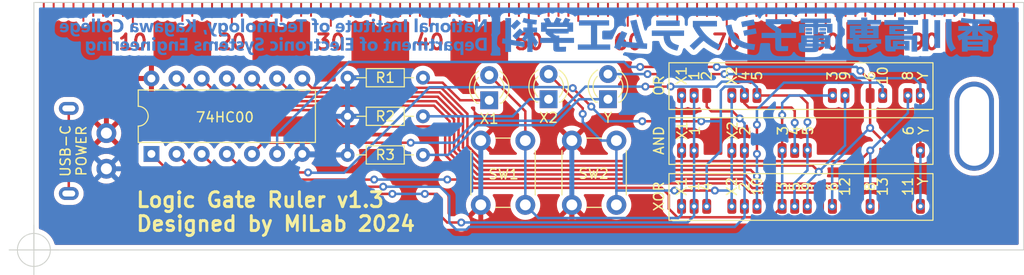
<source format=kicad_pcb>
(kicad_pcb (version 20211014) (generator pcbnew)
  (layers (0 "F.Cu" signal) (31 "B.Cu" signal) (34 "B.Paste" user) (35 "F.Paste" user) (36 "B.SilkS" user "B.Silkscreen") (37 "F.SilkS" user "F.Silkscreen") (38 "B.Mask" user) (39 "F.Mask" user) (44 "Edge.Cuts" user))
  (net 0 "")
  (net 1 "/X1")
  (net 2 "/74HC00-1")
  (net 3 "/74HC00-4")
  (net 4 "/X2")
  (net 5 "/74HC00-2")
  (net 6 "/74HC00-10")
  (net 7 "/74HC00-3")
  (net 8 "/74HC00-5")
  (net 9 "/74HC00-9")
  (net 10 "/74HC00-6")
  (net 11 "/74HC00-12")
  (net 12 "/74HC00-8")
  (net 13 "/74HC00-13")
  (net 14 "/74HC00-11")
  (net 15 "/Y")
  (net 16 "+5V")
  (net 17 "GND")
  (net 18 "unconnected-(J1-PadS1)")
  (net 19 "Net-(D1-Pad1)")
  (net 20 "Net-(D2-Pad1)")
  (net 21 "Net-(D3-Pad1)")
  (footprint "LED_THT:LED_D3.0mm" (layer "F.Cu") (at 86 39.88 90)
    (fp_text reference "X1")
    (fp_text value "LED")
  )
  (footprint "simpleLogicCircuit:pads_of_and" (layer "F.Cu") (at 105.435 44.9525)
    (fp_text reference "AND")
    (fp_text value "Pads_AND")
  )
  (footprint "LED_THT:LED_D3.0mm" (layer "F.Cu") (at 92 39.775 90)
    (fp_text reference "X2")
    (fp_text value "LED")
  )
  (footprint "LED_THT:LED_D3.0mm" (layer "F.Cu") (at 98 39.775 90)
    (fp_text reference "Y")
    (fp_text value "LED")
  )
  (footprint "Resistor_THT:R_Axial_DIN0204_L3.6mm_D1.6mm_P7.62mm_Horizontal" (layer "F.Cu") (at 79.31 45.4 180)
    (fp_text reference "R3")
    (fp_text value "R")
  )
  (footprint "simpleLogicCircuit:USB-C-A295-CTRPB-1" (layer "F.Cu") (at 39.925 45 -90)
    (fp_text reference "USB-CPWR" hide)
    (fp_text value "USB_C_Receptacle_PowerOnly_6P")
  )
  (footprint "Button_Switch_THT:SW_PUSH_6mm" (layer "F.Cu") (at 94.35 50.45 90)
    (fp_text reference "SW2")
    (fp_text value "SW_Push")
  )
  (footprint "Resistor_THT:R_Axial_DIN0204_L3.6mm_D1.6mm_P7.62mm_Horizontal" (layer "F.Cu") (at 79.31 41.5 180)
    (fp_text reference "R2")
    (fp_text value "R")
  )
  (footprint "Package_DIP:DIP-14_W7.62mm" (layer "F.Cu") (at 51.875 45.3 90)
    (fp_text reference "74HC00")
    (fp_text value "74HC00")
  )
  (footprint "simpleLogicCircuit:pads_of_xor" (layer "F.Cu") (at 105.435 50.6)
    (fp_text reference "XOR")
    (fp_text value "Pads_XOR")
  )
  (footprint "simpleLogicCircuit:pads_of_or" (layer "F.Cu") (at 105.435 39.4)
    (fp_text reference "OR")
    (fp_text value "Pads_OR")
  )
  (footprint "simpleLogicCircuit:keyringhole" (layer "F.Cu") (at 135 42.5)
    (fp_text reference "REF**" hide)
    (fp_text value "keyringhole" hide)
  )
  (footprint "Button_Switch_THT:SW_PUSH_6mm" (layer "F.Cu") (at 85.15 50.45 90)
    (fp_text reference "SW1")
    (fp_text value "SW_Push")
  )
  (footprint "simpleLogicCircuit:ruler_10cm" (layer "F.Cu") (at 40 30)
    (fp_text reference "REF**" hide)
    (fp_text value "ruler_10cm")
  )
  (footprint "Resistor_THT:R_Axial_DIN0204_L3.6mm_D1.6mm_P7.62mm_Horizontal" (layer "F.Cu") (at 79.31 37.6 180)
    (fp_text reference "R1")
    (fp_text value "R")
  )
  (footprint "simpleLogicCircuit:logo_text_nitkc" (layer "B.Cu") (at 89.452441 33.778223 180)
    (fp_text reference "G***" hide)
    (fp_text value "LOGO" hide)
  )
  (gr_rect (start 40 30) (end 140 55) (layer "Edge.Cuts") (width 0.1) (fill none))
  (gr_text "Logic Gate Ruler v1.3\nDesigned by MILab 2024" (at 50.2 51.15) (layer "F.SilkS") (effects (font (size 1.5 1.5) (thickness 0.3)) (justify left)))
  (gr_text "USB-C\nPOWER" (at 44 45 90) (layer "F.SilkS") (effects (font (size 1 1))))
  (target plus (at 40 55) (size 5) (width 0.1) (layer "Edge.Cuts"))
  (segment (start 89.65 40.99) (end 89.65 43.95) (width 0.25) (layer "F.Cu") (net 1))
  (segment (start 86 37.34) (end 89.65 40.99) (width 0.25) (layer "F.Cu") (net 1))
  (via (at 105.45 39.4) (size 0.8) (drill 0.4) (layers "F.Cu" "B.Cu") (net 1))
  (via (at 105.435 50.6) (size 0.8) (drill 0.4) (layers "F.Cu" "B.Cu") (net 1))
  (via (at 105.45 44.95) (size 0.8) (drill 0.4) (layers "F.Cu" "B.Cu") (net 1))
  (segment (start 105.45 39.4) (end 105.45 44.95) (width 0.25) (layer "B.Cu") (net 1))
  (segment (start 105.45 50.585) (end 105.435 50.6) (width 0.25) (layer "B.Cu") (net 1))
  (segment (start 105.095 51.775) (end 105.435 51.435) (width 0.25) (layer "B.Cu") (net 1))
  (segment (start 89.65 50.45) (end 90.975 51.775) (width 0.25) (layer "B.Cu") (net 1))
  (segment (start 89.65 43.95) (end 89.65 50.45) (width 0.25) (layer "B.Cu") (net 1))
  (segment (start 105.435 51.435) (end 105.435 50.6) (width 0.25) (layer "B.Cu") (net 1))
  (segment (start 105.45 44.95) (end 105.45 48.65) (width 0.25) (layer "B.Cu") (net 1))
  (segment (start 105.45 48.65) (end 105.45 50.585) (width 0.25) (layer "B.Cu") (net 1))
  (segment (start 90.975 51.775) (end 105.095 51.775) (width 0.25) (layer "B.Cu") (net 1))
  (segment (start 80.719 49.339) (end 81.15 49.77) (width 0.25) (layer "F.Cu") (net 2))
  (segment (start 81.76 52.23) (end 81.15 51.62) (width 0.25) (layer "F.Cu") (net 2))
  (segment (start 79.501 49.339) (end 80.719 49.339) (width 0.25) (layer "F.Cu") (net 2))
  (segment (start 83.18 52.23) (end 81.76 52.23) (width 0.25) (layer "F.Cu") (net 2))
  (segment (start 51.875 45.3) (end 55.1325 48.5575) (width 0.25) (layer "F.Cu") (net 2))
  (segment (start 55.1325 48.5575) (end 55.914 49.339) (width 0.25) (layer "F.Cu") (net 2))
  (segment (start 81.15 49.77) (end 81.15 51.62) (width 0.25) (layer "F.Cu") (net 2))
  (segment (start 55.914 49.339) (end 76.2147 49.339) (width 0.25) (layer "F.Cu") (net 2))
  (via (at 79.501 49.339) (size 0.8) (drill 0.4) (layers "F.Cu" "B.Cu") (net 2))
  (via (at 106.7 39.4) (size 0.8) (drill 0.4) (layers "F.Cu" "B.Cu") (net 2))
  (via (at 76.2147 49.339) (size 0.8) (drill 0.4) (layers "F.Cu" "B.Cu") (net 2))
  (via (at 106.7 44.95) (size 0.8) (drill 0.4) (layers "F.Cu" "B.Cu") (net 2))
  (via (at 106.7 50.6) (size 0.8) (drill 0.4) (layers "F.Cu" "B.Cu") (net 2))
  (via (at 83.18 52.23) (size 0.8) (drill 0.4) (layers "F.Cu" "B.Cu") (net 2))
  (segment (start 76.2147 49.339) (end 79.501 49.339) (width 0.25) (layer "B.Cu") (net 2))
  (segment (start 106.7 50.6) (end 106.7 51.56) (width 0.25) (layer "B.Cu") (net 2))
  (segment (start 106.7 51.56) (end 106.035 52.225) (width 0.25) (layer "B.Cu") (net 2))
  (segment (start 83.185 52.225) (end 83.18 52.23) (width 0.25) (layer "B.Cu") (net 2))
  (segment (start 106.7 44.95) (end 106.7 50.6) (width 0.25) (layer "B.Cu") (net 2))
  (segment (start 106.035 52.225) (end 104.18 52.225) (width 0.25) (layer "B.Cu") (net 2))
  (segment (start 106.7 39.4) (end 106.7 44.95) (width 0.25) (layer "B.Cu") (net 2))
  (segment (start 104.18 52.225) (end 83.185 52.225) (width 0.25) (layer "B.Cu") (net 2))
  (segment (start 116.535 40.615) (end 112.215 40.615) (width 0.25) (layer "F.Cu") (net 3))
  (segment (start 67.6995 47.169784) (end 67.7 47.170284) (width 0.25) (layer "F.Cu") (net 3))
  (segment (start 116.87 42.15) (end 116.87 40.95) (width 0.25) (layer "F.Cu") (net 3))
  (segment (start 116.87 40.95) (end 116.535 40.615) (width 0.25) (layer "F.Cu") (net 3))
  (segment (start 111.785 39.4) (end 111.785 40.185) (width 0.25) (layer "F.Cu") (net 3))
  (segment (start 111.785 40.185) (end 112.215 40.615) (width 0.25) (layer "F.Cu") (net 3))
  (segment (start 61.364784 47.169784) (end 67.6995 47.169784) (width 0.25) (layer "F.Cu") (net 3))
  (segment (start 59.495 45.3) (end 61.364784 47.169784) (width 0.25) (layer "F.Cu") (net 3))
  (segment (start 101.46 42) (end 107.4245 42) (width 0.25) (layer "F.Cu") (net 3))
  (segment (start 94.444799 38.655201) (end 96.314799 40.525201) (width 0.25) (layer "F.Cu") (net 3))
  (via (at 101.46 42) (size 0.8) (drill 0.4) (layers "F.Cu" "B.Cu") (net 3))
  (via (at 96.314799 40.525201) (size 0.8) (drill 0.4) (layers "F.Cu" "B.Cu") (net 3))
  (via (at 107.975 50.6) (size 0.8) (drill 0.4) (layers "F.Cu" "B.Cu") (net 3))
  (via (at 94.444799 38.655201) (size 0.8) (drill 0.4) (layers "F.Cu" "B.Cu") (net 3))
  (via (at 111.785 39.4) (size 0.8) (drill 0.4) (layers "F.Cu" "B.Cu") (net 3))
  (via (at 107.4245 42) (size 0.8) (drill 0.4) (layers "F.Cu" "B.Cu") (net 3))
  (via (at 67.7 47.170284) (size 0.8) (drill 0.4) (layers "F.Cu" "B.Cu") (net 3))
  (via (at 116.87 42.15) (size 0.8) (drill 0.4) (layers "F.Cu" "B.Cu") (net 3))
  (via (at 116.87 44.96) (size 0.8) (drill 0.4) (layers "F.Cu" "B.Cu") (net 3))
  (segment (start 109.8 38.5) (end 109.4 38.9) (width 0.25) (layer "B.Cu") (net 3))
  (segment (start 109.4 38.9) (end 109.4 42) (width 0.25) (layer "B.Cu") (net 3))
  (segment (start 79.069784 39.469784) (end 79.974568 38.565) (width 0.25) (layer "B.Cu") (net 3))
  (segment (start 86.45 38.55) (end 94.339598 38.55) (width 0.25) (layer "B.Cu") (net 3))
  (segment (start 111.785 39.4) (end 111.785 38.785) (width 0.25) (layer "B.Cu") (net 3))
  (segment (start 94.339598 38.55) (end 94.444799 38.655201) (width 0.25) (layer "B.Cu") (net 3))
  (segment (start 109.4 42) (end 109.4 45) (width 0.25) (layer "B.Cu") (net 3))
  (segment (start 71.339568 47.2) (end 79.069784 39.469784) (width 0.25) (layer "B.Cu") (net 3))
  (segment (start 67.7 47.170284) (end 67.729716 47.2) (width 0.25) (layer "B.Cu") (net 3))
  (segment (start 107.975 50.6) (end 107.975 46.425) (width 0.25) (layer "B.Cu") (net 3))
  (segment (start 96.314799 40.539799) (end 97.775 42) (width 0.25) (layer "B.Cu") (net 3))
  (segment (start 109.4 45) (end 108.6 45.8) (width 0.25) (layer "B.Cu") (net 3))
  (segment (start 107.975 46.425) (end 108.6 45.8) (width 0.25) (layer "B.Cu") (net 3))
  (segment (start 107.4245 42) (end 109.4 42) (width 0.25) (layer "B.Cu") (net 3))
  (segment (start 111.5 38.5) (end 109.8 38.5) (width 0.25) (layer "B.Cu") (net 3))
  (segment (start 116.87 44.96) (end 116.87 42.15) (width 0.25) (layer "B.Cu") (net 3))
  (segment (start 86.435 38.565) (end 86.45 38.55) (width 0.25) (layer "B.Cu") (net 3))
  (segment (start 97.775 42) (end 101.46 42) (width 0.25) (layer "B.Cu") (net 3))
  (segment (start 96.314799 40.525201) (end 96.314799 40.539799) (width 0.25) (layer "B.Cu") (net 3))
  (segment (start 111.785 38.785) (end 111.5 38.5) (width 0.25) (layer "B.Cu") (net 3))
  (segment (start 67.729716 47.2) (end 71.339568 47.2) (width 0.25) (layer "B.Cu") (net 3))
  (segment (start 79.974568 38.565) (end 86.435 38.565) (width 0.25) (layer "B.Cu") (net 3))
  (segment (start 95.45 40.685) (end 92 37.235) (width 0.25) (layer "F.Cu") (net 4))
  (segment (start 95.45 41.26) (end 95.45 40.685) (width 0.25) (layer "F.Cu") (net 4))
  (segment (start 104.7255 49.002) (end 108.8 49.002) (width 0.25) (layer "F.Cu") (net 4))
  (via (at 110.5 39.4) (size 0.8) (drill 0.4) (layers "F.Cu" "B.Cu") (net 4))
  (via (at 104.7255 49.002) (size 0.8) (drill 0.4) (layers "F.Cu" "B.Cu") (net 4))
  (via (at 95.45 41.26) (size 0.8) (drill 0.4) (layers "F.Cu" "B.Cu") (net 4))
  (via (at 108.8 49.002) (size 0.8) (drill 0.4) (layers "F.Cu" "B.Cu") (net 4))
  (via (at 110.5 45) (size 0.8) (drill 0.4) (layers "F.Cu" "B.Cu") (net 4))
  (via (at 110.515 50.6) (size 0.8) (drill 0.4) (layers "F.Cu" "B.Cu") (net 4))
  (segment (start 97.33 43.95) (end 98.85 43.95) (width 0.25) (layer "B.Cu") (net 4))
  (segment (start 108.8 49.002) (end 110.402 49.002) (width 0.25) (layer "B.Cu") (net 4))
  (segment (start 98.898 49.002) (end 98.85 49.05) (width 0.25) (layer "B.Cu") (net 4))
  (segment (start 95.45 42.07) (end 97.33 43.95) (width 0.25) (layer "B.Cu") (net 4))
  (segment (start 98.85 43.95) (end 98.85 48.75) (width 0.25) (layer "B.Cu") (net 4))
  (segment (start 95.45 41.26) (end 95.45 42.07) (width 0.25) (layer "B.Cu") (net 4))
  (segment (start 110.5 49.1) (end 110.5 50.585) (width 0.25) (layer "B.Cu") (net 4))
  (segment (start 110.402 49.002) (end 110.5 49.1) (width 0.25) (layer "B.Cu") (net 4))
  (segment (start 110.5 50.585) (end 110.515 50.6) (width 0.25) (layer "B.Cu") (net 4))
  (segment (start 104.7255 49.002) (end 98.898 49.002) (width 0.25) (layer "B.Cu") (net 4))
  (segment (start 110.5 39.4) (end 110.5 45) (width 0.25) (layer "B.Cu") (net 4))
  (segment (start 110.5 45) (end 110.5 49.1) (width 0.25) (layer "B.Cu") (net 4))
  (segment (start 98.85 48.75) (end 98.85 49.05) (width 0.25) (layer "B.Cu") (net 4))
  (segment (start 98.85 49.05) (end 98.85 50.45) (width 0.25) (layer "B.Cu") (net 4))
  (segment (start 108.45 41) (end 107.975 40.525) (width 0.25) (layer "F.Cu") (net 5))
  (segment (start 111.31 41.71) (end 110.6 41) (width 0.25) (layer "F.Cu") (net 5))
  (segment (start 107.975 40.525) (end 107.975 39.4) (width 0.25) (layer "F.Cu") (net 5))
  (segment (start 54.415 45.3) (end 57.1375 48.0225) (width 0.25) (layer "F.Cu") (net 5))
  (segment (start 57.7295 48.6145) (end 75.29128 48.6145) (width 0.25) (layer "F.Cu") (net 5))
  (segment (start 110.6 41) (end 108.45 41) (width 0.25) (layer "F.Cu") (net 5))
  (segment (start 57.1375 48.0225) (end 57.7295 48.6145) (width 0.25) (layer "F.Cu") (net 5))
  (via (at 111.31 41.71) (size 0.8) (drill 0.4) (layers "F.Cu" "B.Cu") (net 5))
  (via (at 75.29128 48.6145) (size 0.8) (drill 0.4) (layers "F.Cu" "B.Cu") (net 5))
  (via (at 111.8 50.6) (size 0.8) (drill 0.4) (layers "F.Cu" "B.Cu") (net 5))
  (via (at 111.8 44.95) (size 0.8) (drill 0.4) (layers "F.Cu" "B.Cu") (net 5))
  (segment (start 83.685 52.955) (end 82.675 52.955) (width 0.25) (layer "B.Cu") (net 5))
  (segment (start 110.815 52.675) (end 83.965 52.675) (width 0.25) (layer "B.Cu") (net 5))
  (segment (start 82.675 52.955) (end 81.97 52.25) (width 0.25) (layer "B.Cu") (net 5))
  (segment (start 111.8 50.6) (end 111.8 51.69) (width 0.25) (layer "B.Cu") (net 5))
  (segment (start 75.29128 48.6145) (end 81.0345 48.6145) (width 0.25) (layer "B.Cu") (net 5))
  (segment (start 81.0345 48.6145) (end 81.225 48.805) (width 0.25) (layer "B.Cu") (net 5))
  (segment (start 111.8 44.95) (end 111.8 50.6) (width 0.25) (layer "B.Cu") (net 5))
  (segment (start 81.97 49.55) (end 81.225 48.805) (width 0.25) (layer "B.Cu") (net 5))
  (segment (start 111.8 51.69) (end 110.815 52.675) (width 0.25) (layer "B.Cu") (net 5))
  (segment (start 111.8 42.2) (end 111.31 41.71) (width 0.25) (layer "B.Cu") (net 5))
  (segment (start 83.965 52.675) (end 83.685 52.955) (width 0.25) (layer "B.Cu") (net 5))
  (segment (start 111.8 44.95) (end 111.8 42.2) (width 0.25) (layer "B.Cu") (net 5))
  (segment (start 81.97 52.25) (end 81.97 49.55) (width 0.25) (layer "B.Cu") (net 5))
  (segment (start 63.88 39.525) (end 80.802208 39.525) (width 0.25) (layer "F.Cu") (net 6))
  (segment (start 112.4275 46.9275) (end 113.05 47.55) (width 0.25) (layer "F.Cu") (net 6))
  (segment (start 82.9 44.846625) (end 84.980875 46.9275) (width 0.25) (layer "F.Cu") (net 6))
  (segment (start 62.035 37.68) (end 63.88 39.525) (width 0.25) (layer "F.Cu") (net 6))
  (segment (start 80.802208 39.525) (end 82.9 41.622792) (width 0.25) (layer "F.Cu") (net 6))
  (segment (start 113.05 45.303) (end 113.05 42.346653) (width 0.25) (layer "F.Cu") (net 6))
  (segment (start 82.9 41.622792) (end 82.9 44.846625) (width 0.25) (layer "F.Cu") (net 6))
  (segment (start 113.05 42.346653) (end 113.049572 42.346225) (width 0.25) (layer "F.Cu") (net 6))
  (segment (start 84.980875 46.9275) (end 112.4275 46.9275) (width 0.25) (layer "F.Cu") (net 6))
  (via (at 113.049572 42.346225) (size 0.8) (drill 0.4) (layers "F.Cu" "B.Cu") (net 6))
  (via (at 125.75 39.4) (size 0.8) (drill 0.4) (layers "F.Cu" "B.Cu") (net 6))
  (via (at 113.05 45.303) (size 0.8) (drill 0.4) (layers "F.Cu" "B.Cu") (net 6))
  (via (at 113.05 47.55) (size 0.8) (drill 0.4) (layers "F.Cu" "B.Cu") (net 6))
  (via (at 113.05 50.6) (size 0.8) (drill 0.4) (layers "F.Cu" "B.Cu") (net 6))
  (segment (start 125.75 38.5) (end 125.35 38.1) (width 0.25) (layer "B.Cu") (net 6))
  (segment (start 113.05 47.55) (end 113.05 50.6) (width 0.25) (layer "B.Cu") (net 6))
  (segment (start 113.049572 40.830428) (end 115.78 38.1) (width 0.25) (layer "B.Cu") (net 6))
  (segment (start 125.75 39.4) (end 125.75 38.5) (width 0.25) (layer "B.Cu") (net 6))
  (segment (start 125.35 38.1) (end 115.78 38.1) (width 0.25) (layer "B.Cu") (net 6))
  (segment (start 113.049572 42.346225) (end 113.049572 40.830428) (width 0.25) (layer "B.Cu") (net 6))
  (segment (start 113.05 45.303) (end 113.05 47.55) (width 0.25) (layer "B.Cu") (net 6))
  (segment (start 103.425695 48.7275) (end 104.149098 49.450903) (width 0.25) (layer "F.Cu") (net 7))
  (segment (start 74.374716 47.895284) (end 74.38 47.89) (width 0.25) (layer "F.Cu") (net 7))
  (segment (start 81.77 47.89) (end 83.397791 47.89) (width 0.25) (layer "F.Cu") (net 7))
  (segment (start 84.5725 48.7275) (end 94.8275 48.7275) (width 0.25) (layer "F.Cu") (net 7))
  (segment (start 94.8275 48.7275) (end 103.425695 48.7275) (width 0.25) (layer "F.Cu") (net 7))
  (segment (start 115.595 41.385) (end 115.6 41.38) (width 0.25) (layer "F.Cu") (net 7))
  (segment (start 105.007183 51.7) (end 114.495 51.7) (width 0.25) (layer "F.Cu") (net 7))
  (segment (start 114.495 51.7) (end 115.595 50.6) (width 0.25) (layer "F.Cu") (net 7))
  (segment (start 83.397791 47.89) (end 84.235291 48.7275) (width 0.25) (layer "F.Cu") (net 7))
  (segment (start 115.595 44.9525) (end 115.595 41.385) (width 0.25) (layer "F.Cu") (net 7))
  (segment (start 84.5725 48.7275) (end 84.3325 48.7275) (width 0.25) (layer "F.Cu") (net 7))
  (segment (start 59.3625 47.7075) (end 56.955 45.3) (width 0.25) (layer "F.Cu") (net 7))
  (segment (start 104.149098 50.841915) (end 105.007183 51.7) (width 0.25) (layer "F.Cu") (net 7))
  (segment (start 59.3625 47.7075) (end 59.550284 47.895284) (width 0.25) (layer "F.Cu") (net 7))
  (segment (start 84.235291 48.7275) (end 84.3325 48.7275) (width 0.25) (layer "F.Cu") (net 7))
  (segment (start 59.550284 47.895284) (end 74.374716 47.895284) (width 0.25) (layer "F.Cu") (net 7))
  (segment (start 104.149098 49.450903) (end 104.149098 50.841915) (width 0.25) (layer "F.Cu") (net 7))
  (via (at 115.6 44.95) (size 0.8) (drill 0.4) (layers "F.Cu" "B.Cu") (net 7))
  (via (at 115.6 50.6) (size 0.8) (drill 0.4) (layers "F.Cu" "B.Cu") (net 7))
  (via (at 115.6 41.38) (size 0.8) (drill 0.4) (layers "F.Cu" "B.Cu") (net 7))
  (via (at 74.38 47.89) (size 0.8) (drill 0.4) (layers "F.Cu" "B.Cu") (net 7))
  (via (at 120.7 39.4) (size 0.8) (drill 0.4) (layers "F.Cu" "B.Cu") (net 7))
  (via (at 81.77 47.89) (size 0.8) (drill 0.4) (layers "F.Cu" "B.Cu") (net 7))
  (segment (start 115.6 41.38) (end 115.6 40.15) (width 0.25) (layer "B.Cu") (net 7))
  (segment (start 116.35 39.4) (end 120.7 39.4) (width 0.25) (layer "B.Cu") (net 7))
  (segment (start 115.6 44.95) (end 115.6 50.6) (width 0.25) (layer "B.Cu") (net 7))
  (segment (start 115.6 40.15) (end 116.35 39.4) (width 0.25) (layer "B.Cu") (net 7))
  (segment (start 74.38 47.89) (end 81.77 47.89) (width 0.25) (layer "B.Cu") (net 7))
  (segment (start 118.15 40.17) (end 118.15 42.09) (width 0.25) (layer "F.Cu") (net 8))
  (segment (start 63.165 44.17) (end 78.07 44.17) (width 0.25) (layer "F.Cu") (net 8))
  (segment (start 62.035 45.3) (end 63.165 44.17) (width 0.25) (layer "F.Cu") (net 8))
  (segment (start 113.055 39.4) (end 117.38 39.4) (width 0.25) (layer "F.Cu") (net 8))
  (segment (start 117.38 39.4) (end 118.15 40.17) (width 0.25) (layer "F.Cu") (net 8))
  (segment (start 101.78 38.5) (end 104.33 38.5) (width 0.25) (layer "F.Cu") (net 8))
  (via (at 104.33 38.5) (size 0.8) (drill 0.4) (layers "F.Cu" "B.Cu") (net 8))
  (via (at 78.07 44.17) (size 0.8) (drill 0.4) (layers "F.Cu" "B.Cu") (net 8))
  (via (at 118.15 42.09) (size 0.8) (drill 0.4) (layers "F.Cu" "B.Cu") (net 8))
  (via (at 113.05 39.4) (size 0.8) (drill 0.4) (layers "F.Cu" "B.Cu") (net 8))
  (via (at 116.85 50.6) (size 0.8) (drill 0.4) (layers "F.Cu" "B.Cu") (net 8))
  (via (at 101.78 38.5) (size 0.8) (drill 0.4) (layers "F.Cu" "B.Cu") (net 8))
  (via (at 118.15 44.9) (size 0.8) (drill 0.4) (layers "F.Cu" "B.Cu") (net 8))
  (segment (start 78.07 44.17) (end 82.419772 44.17) (width 0.25) (layer "B.Cu") (net 8))
  (segment (start 118.15 44.9) (end 118.15 42.09) (width 0.25) (layer "B.Cu") (net 8))
  (segment (start 104.33 38.5) (end 109 38.5) (width 0.25) (layer "B.Cu") (net 8))
  (segment (start 116.85 50.6) (end 116.85 48.25) (width 0.25) (layer "B.Cu") (net 8))
  (segment (start 113.05 38.55) (end 113.05 39.4) (width 0.25) (layer "B.Cu") (net 8))
  (segment (start 109 38.5) (end 109.5 38) (width 0.25) (layer "B.Cu") (net 8))
  (segment (start 116.85 48.25) (end 118.15 46.95) (width 0.25) (layer "B.Cu") (net 8))
  (segment (start 112.5 38) (end 113.05 38.55) (width 0.25) (layer "B.Cu") (net 8))
  (segment (start 82.419772 44.17) (end 84.639772 41.95) (width 0.25) (layer "B.Cu") (net 8))
  (segment (start 118.15 46.95) (end 118.15 44.9) (width 0.25) (layer "B.Cu") (net 8))
  (segment (start 84.639772 41.95) (end 92.275 41.95) (width 0.25) (layer "B.Cu") (net 8))
  (segment (start 95.725 38.5) (end 101.78 38.5) (width 0.25) (layer "B.Cu") (net 8))
  (segment (start 109.5 38) (end 112.5 38) (width 0.25) (layer "B.Cu") (net 8))
  (segment (start 92.275 41.95) (end 95.725 38.5) (width 0.25) (layer "B.Cu") (net 8))
  (segment (start 118.6775 46.4775) (end 119.3 47.1) (width 0.25) (layer "F.Cu") (net 9))
  (segment (start 83.35 44.660229) (end 85.167271 46.4775) (width 0.25) (layer "F.Cu") (net 9))
  (segment (start 80.988604 39.075) (end 83.35 41.436396) (width 0.25) (layer "F.Cu") (net 9))
  (segment (start 85.167271 46.4775) (end 118.6775 46.4775) (width 0.25) (layer "F.Cu") (net 9))
  (segment (start 83.35 41.436396) (end 83.35 44.660229) (width 0.25) (layer "F.Cu") (net 9))
  (segment (start 64.575 37.68) (end 65.97 39.075) (width 0.25) (layer "F.Cu") (net 9))
  (segment (start 65.97 39.075) (end 80.988604 39.075) (width 0.25) (layer "F.Cu") (net 9))
  (via (at 121.95 39.4) (size 0.8) (drill 0.4) (layers "F.Cu" "B.Cu") (net 9))
  (via (at 119.3 47.1) (size 0.8) (drill 0.4) (layers "F.Cu" "B.Cu") (net 9))
  (via (at 118.15 50.6) (size 0.8) (drill 0.4) (layers "F.Cu" "B.Cu") (net 9))
  (segment (start 118.15 48.25) (end 119.3 47.1) (width 0.25) (layer "B.Cu") (net 9))
  (segment (start 121.95 44.45) (end 121.95 39.4) (width 0.25) (layer "B.Cu") (net 9))
  (segment (start 118.15 50.6) (end 118.15 48.25) (width 0.25) (layer "B.Cu") (net 9))
  (segment (start 119.3 47.1) (end 121.95 44.45) (width 0.25) (layer "B.Cu") (net 9))
  (segment (start 126.7525 44.9525) (end 124.485 42.685) (width 0.25) (layer "F.Cu") (net 10))
  (segment (start 124.485 39.4) (end 124.485 41.385) (width 0.25) (layer "F.Cu") (net 10))
  (segment (start 124.485 37.885) (end 124.485 39.4) (width 0.25) (layer "F.Cu") (net 10))
  (segment (start 101.25 36.5105) (end 108.99 36.5105) (width 0.25) (layer "F.Cu") (net 10))
  (segment (start 124.485 42.685) (end 124.485 41.385) (width 0.25) (layer "F.Cu") (net 10))
  (segment (start 123.5 36.9) (end 124.485 37.885) (width 0.25) (layer "F.Cu") (net 10))
  (segment (start 128.295 44.9525) (end 126.7525 44.9525) (width 0.25) (layer "F.Cu") (net 10))
  (via (at 101.25 36.5105) (size 0.8) (drill 0.4) (layers "F.Cu" "B.Cu") (net 10))
  (via (at 123.5 36.9) (size 0.8) (drill 0.4) (layers "F.Cu" "B.Cu") (net 10))
  (via (at 120.65 50.6) (size 0.8) (drill 0.4) (layers "F.Cu" "B.Cu") (net 10))
  (via (at 124.485 42.685) (size 0.8) (drill 0.4) (layers "F.Cu" "B.Cu") (net 10))
  (via (at 108.99 36.5105) (size 0.8) (drill 0.4) (layers "F.Cu" "B.Cu") (net 10))
  (segment (start 99.625 36.01) (end 100.1255 36.5105) (width 0.25) (layer "B.Cu") (net 10))
  (segment (start 120.65 50.6) (end 120.65 46.45) (width 0.25) (layer "B.Cu") (net 10))
  (segment (start 124.415 42.685) (end 124.485 42.685) (width 0.25) (layer "B.Cu") (net 10))
  (segment (start 123.1105 36.5105) (end 123.5 36.9) (width 0.25) (layer "B.Cu") (net 10))
  (segment (start 64.575 43.265431) (end 64.575 45.3) (width 0.25) (layer "B.Cu") (net 10))
  (segment (start 71.830432 36.01) (end 64.575 43.265431) (width 0.25) (layer "B.Cu") (net 10))
  (segment (start 108.99 36.5105) (end 123.1105 36.5105) (width 0.25) (layer "B.Cu") (net 10))
  (segment (start 99.625 36.01) (end 71.830432 36.01) (width 0.25) (layer "B.Cu") (net 10))
  (segment (start 120.65 46.45) (end 124.415 42.685) (width 0.25) (layer "B.Cu") (net 10))
  (segment (start 100.1255 36.5105) (end 101.25 36.5105) (width 0.25) (layer "B.Cu") (net 10))
  (segment (start 80.429416 40.425) (end 77.425 40.425) (width 0.25) (layer "F.Cu") (net 11))
  (segment (start 84.608083 47.8275) (end 82 45.219417) (width 0.25) (layer "F.Cu") (net 11))
  (segment (start 82 41.995584) (end 80.429416 40.425) (width 0.25) (layer "F.Cu") (net 11))
  (segment (start 56.955 37.68) (end 59.7 40.425) (width 0.25) (layer "F.Cu") (net 11))
  (segment (start 121.35 48.75) (end 112.588299 48.75) (width 0.25) (layer "F.Cu") (net 11))
  (segment (start 111.665799 47.8275) (end 84.608083 47.8275) (width 0.25) (layer "F.Cu") (net 11))
  (segment (start 112.588299 48.75) (end 111.665799 47.8275) (width 0.25) (layer "F.Cu") (net 11))
  (segment (start 82 45.219417) (end 82 41.995584) (width 0.25) (layer "F.Cu") (net 11))
  (segment (start 121.945 49.345) (end 121.35 48.75) (width 0.25) (layer "F.Cu") (net 11))
  (segment (start 121.945 50.6) (end 121.945 49.345) (width 0.25) (layer "F.Cu") (net 11))
  (segment (start 59.7 40.425) (end 77.425 40.425) (width 0.25) (layer "F.Cu") (net 11))
  (segment (start 68.06 38.625) (end 81.175 38.625) (width 0.25) (layer "F.Cu") (net 12))
  (segment (start 67.115 37.68) (end 68.06 38.625) (width 0.25) (layer "F.Cu") (net 12))
  (segment (start 81.175 38.625) (end 83.8 41.25) (width 0.25) (layer "F.Cu") (net 12))
  (segment (start 83.8 44.473833) (end 85.353667 46.0275) (width 0.25) (layer "F.Cu") (net 12))
  (segment (start 83.8 41.25) (end 83.8 44.473833) (width 0.25) (layer "F.Cu") (net 12))
  (segment (start 85.353667 46.0275) (end 123.4225 46.0275) (width 0.25) (layer "F.Cu") (net 12))
  (segment (start 123.4225 46.0275) (end 124.5 44.95) (width 0.25) (layer "F.Cu") (net 12))
  (via (at 124.5 44.95) (size 0.8) (drill 0.4) (layers "F.Cu" "B.Cu") (net 12))
  (via (at 128.3 39.4) (size 0.8) (drill 0.4) (layers "F.Cu" "B.Cu") (net 12))
  (via (at 124.5 50.6) (size 0.8) (drill 0.4) (layers "F.Cu" "B.Cu") (net 12))
  (segment (start 128.3 41.15) (end 128.3 39.4) (width 0.25) (layer "B.Cu") (net 12))
  (segment (start 124.5 44.95) (end 128.3 41.15) (width 0.25) (layer "B.Cu") (net 12))
  (segment (start 124.5 45.95) (end 124.5 44.95) (width 0.25) (layer "B.Cu") (net 12))
  (segment (start 124.5 50.6) (end 124.5 45.95) (width 0.25) (layer "B.Cu") (net 12))
  (segment (start 84.421687 48.2775) (end 111.479403 48.2775) (width 0.25) (layer "F.Cu") (net 13))
  (segment (start 120.222183 51.675) (end 124.937817 51.675) (width 0.25) (layer "F.Cu") (net 13))
  (segment (start 119.7 49.6) (end 119.7 51.152817) (width 0.25) (layer "F.Cu") (net 13))
  (segment (start 119.7 51.152817) (end 120.222183 51.675) (width 0.25) (layer "F.Cu") (net 13))
  (segment (start 125.755 50.857817) (end 125.755 50.6) (width 0.25) (layer "F.Cu") (net 13))
  (segment (start 54.415 37.68) (end 57.61 40.875) (width 0.25) (layer "F.Cu") (net 13))
  (segment (start 81.55 42.92) (end 81.55 45.405812) (width 0.25) (layer "F.Cu") (net 13))
  (segment (start 71.265431 42.525) (end 81.155 42.525) (width 0.25) (layer "F.Cu") (net 13))
  (segment (start 119.3 49.2) (end 119.7 49.6) (width 0.25) (layer "F.Cu") (net 13))
  (segment (start 112.401903 49.2) (end 119.3 49.2) (width 0.25) (layer "F.Cu") (net 13))
  (segment (start 57.61 40.875) (end 69.615431 40.875) (width 0.25) (layer "F.Cu") (net 13))
  (segment (start 124.937817 51.675) (end 125.755 50.857817) (width 0.25) (layer "F.Cu") (net 13))
  (segment (start 111.479403 48.2775) (end 112.401903 49.2) (width 0.25) (layer "F.Cu") (net 13))
  (segment (start 81.55 45.405812) (end 84.421687 48.2775) (width 0.25) (layer "F.Cu") (net 13))
  (segment (start 81.155 42.525) (end 81.55 42.92) (width 0.25) (layer "F.Cu") (net 13))
  (segment (start 69.615431 40.875) (end 71.265431 42.525) (width 0.25) (layer "F.Cu") (net 13))
  (segment (start 80.615812 39.975) (end 82.45 41.809188) (width 0.25) (layer "F.Cu") (net 14))
  (segment (start 112.774695 48.3) (end 127.2 48.3) (width 0.25) (layer "F.Cu") (net 14))
  (segment (start 82.45 41.809188) (end 82.45 45.033021) (width 0.25) (layer "F.Cu") (net 14))
  (segment (start 61.79 39.975) (end 80.615812 39.975) (width 0.25) (layer "F.Cu") (net 14))
  (segment (start 111.852195 47.3775) (end 112.774695 48.3) (width 0.25) (layer "F.Cu") (net 14))
  (segment (start 59.495 37.68) (end 61.79 39.975) (width 0.25) (layer "F.Cu") (net 14))
  (segment (start 128.295 50.6) (end 128.295 49.505) (width 0.25) (layer "F.Cu") (net 14))
  (segment (start 127.2 48.3) (end 128.295 49.395) (width 0.25) (layer "F.Cu") (net 14))
  (segment (start 82.45 45.033021) (end 84.794479 47.3775) (width 0.25) (layer "F.Cu") (net 14))
  (segment (start 128.295 49.395) (end 128.295 49.505) (width 0.25) (layer "F.Cu") (net 14))
  (segment (start 84.794479 47.3775) (end 111.852195 47.3775) (width 0.25) (layer "F.Cu") (net 14))
  (segment (start 129.565 39.4) (end 129.565 44.9525) (width 0.25) (layer "F.Cu") (net 15))
  (segment (start 102 37.235) (end 109.76233 37.235) (width 0.25) (layer "F.Cu") (net 15))
  (via (at 109.76233 37.235) (size 0.8) (drill 0.4) (layers "F.Cu" "B.Cu") (net 15))
  (via (at 102 37.235) (size 0.8) (drill 0.4) (layers "F.Cu" "B.Cu") (net 15))
  (via (at 129.565 39.4) (size 0.8) (drill 0.4) (layers "F.Cu" "B.Cu") (net 15))
  (via (at 129.565 44.9525) (size 0.8) (drill 0.4) (layers "F.Cu" "B.Cu") (net 15))
  (via (at 129.57 50.59) (size 0.8) (drill 0.4) (layers "F.Cu" "B.Cu") (net 15))
  (segment (start 129.565 44.9525) (end 129.565 50.585) (width 0.25) (layer "B.Cu") (net 15))
  (segment (start 98 37.235) (end 102 37.235) (width 0.25) (layer "B.Cu") (net 15))
  (segment (start 129.565 50.585) (end 129.57 50.59) (width 0.25) (layer "B.Cu") (net 15))
  (segment (start 109.76233 37.235) (end 122.740305 37.235) (width 0.25) (layer "B.Cu") (net 15))
  (segment (start 123.130305 37.625) (end 124.635 37.625) (width 0.25) (layer "B.Cu") (net 15))
  (segment (start 124.635 37.625) (end 124.66 37.65) (width 0.25) (layer "B.Cu") (net 15))
  (segment (start 128.95 37.65) (end 124.66 37.65) (width 0.25) (layer "B.Cu") (net 15))
  (segment (start 129.565 38.265) (end 128.95 37.65) (width 0.25) (layer "B.Cu") (net 15))
  (segment (start 129.565 39.4) (end 129.565 38.265) (width 0.25) (layer "B.Cu") (net 15))
  (segment (start 122.740305 37.235) (end 123.130305 37.625) (width 0.25) (layer "B.Cu") (net 15))
  (segment (start 85.15 54.15) (end 85.13 54.17) (width 0.5) (layer "F.Cu") (net 16))
  (segment (start 94.35 50.45) (end 94.35 52.7) (width 0.5) (layer "F.Cu") (net 16))
  (segment (start 46.31 54.17) (end 85.13 54.17) (width 0.5) (layer "F.Cu") (net 16))
  (segment (start 93.14 54.17) (end 94.35 52.96) (width 0.5) (layer "F.Cu") (net 16))
  (segment (start 45.35 45.175) (end 45.35 49.99) (width 0.5) (layer "F.Cu") (net 16))
  (segment (start 94.35 52.96) (end 94.35 50.45) (width 0.5) (layer "F.Cu") (net 16))
  (segment (start 45.35 49.99) (end 45.35 50.4) (width 0.5) (layer "F.Cu") (net 16))
  (segment (start 85.13 54.17) (end 93.14 54.17) (width 0.5) (layer "F.Cu") (net 16))
  (segment (start 45.35 53.21) (end 46.31 54.17) (width 0.5) (layer "F.Cu") (net 16))
  (segment (start 85.15 50.45) (end 85.15 54.15) (width 0.5) (layer "F.Cu") (net 16))
  (segment (start 47.325 39.475) (end 47.325 43.2) (width 0.5) (layer "F.Cu") (net 16))
  (segment (start 49.12 37.68) (end 47.325 39.475) (width 0.5) (layer "F.Cu") (net 16))
  (segment (start 45.35 49.99) (end 45.35 53.21) (width 0.5) (layer "F.Cu") (net 16))
  (segment (start 51.875 37.68) (end 49.12 37.68) (width 0.5) (layer "F.Cu") (net 16))
  (segment (start 47.325 43.2) (end 45.35 45.175) (width 0.5) (layer "F.Cu") (net 16))
  (segment (start 85.15 43.95) (end 85.15 50.45) (width 0.5) (layer "B.Cu") (net 16))
  (segment (start 94.35 43.95) (end 94.35 50.45) (width 0.5) (layer "B.Cu") (net 16))
  (segment (start 67.215 45.4) (end 67.115 45.3) (width 0.5) (layer "B.Cu") (net 17))
  (segment (start 67.115 45.3) (end 65.615 46.8) (width 0.5) (layer "B.Cu") (net 17))
  (segment (start 71.69 45.4) (end 67.215 45.4) (width 0.5) (layer "B.Cu") (net 17))
  (segment (start 71.69 37.6) (end 71.69 45.4) (width 0.5) (layer "B.Cu") (net 17))
  (segment (start 65.615 46.8) (end 47.325 46.8) (width 0.5) (layer "B.Cu") (net 17))
  (segment (start 43.525 40.7) (end 43.525 49.3) (width 0.25) (layer "F.Cu") (net 18))
  (segment (start 79.31 37.6) (end 79.81 38.1) (width 0.25) (layer "F.Cu") (net 19))
  (segment (start 83.066396 39.88) (end 86 39.88) (width 0.25) (layer "F.Cu") (net 19))
  (segment (start 81.286396 38.1) (end 83.066396 39.88) (width 0.25) (layer "F.Cu") (net 19))
  (segment (start 79.81 38.1) (end 81.286396 38.1) (width 0.25) (layer "F.Cu") (net 19))
  (segment (start 90.085 39.775) (end 88.36 41.5) (width 0.25) (layer "B.Cu") (net 20))
  (segment (start 88.36 41.5) (end 79.31 41.5) (width 0.25) (layer "B.Cu") (net 20))
  (segment (start 92 39.775) (end 90.085 39.775) (width 0.25) (layer "B.Cu") (net 20))
  (segment (start 83.7 43.526167) (end 83.7 43.55) (width 0.25) (layer "B.Cu") (net 21))
  (segment (start 84.826168 42.4) (end 83.7 43.526167) (width 0.25) (layer "B.Cu") (net 21))
  (segment (start 81.85 45.4) (end 79.31 45.4) (width 0.25) (layer "B.Cu") (net 21))
  (segment (start 98 39.775) (end 95.086396 39.775) (width 0.25) (layer "B.Cu") (net 21))
  (segment (start 95.086396 39.775) (end 92.461396 42.4) (width 0.25) (layer "B.Cu") (net 21))
  (segment (start 92.461396 42.4) (end 84.826168 42.4) (width 0.25) (layer "B.Cu") (net 21))
  (segment (start 83.7 43.55) (end 81.85 45.4) (width 0.25) (layer "B.Cu") (net 21))
  (zone (net 16) (net_name "+5V") (layer "F.Cu") (connect_pads (clearance 0.508)) (min_thickness 0.254) (fill yes (thermal_gap 0.508) (thermal_bridge_width 0.508))
    (polygon (pts (xy 140 55) (xy 40 55) (xy 40 30) (xy 140 30)))
  )
  (zone (net 17) (net_name "GND") (layer "B.Cu") (connect_pads (clearance 0.508)) (min_thickness 0.254) (fill yes (thermal_gap 0.508) (thermal_bridge_width 0.508))
    (polygon (pts (xy 140 55) (xy 40 55) (xy 40 30) (xy 140 30)))
  )
)
</source>
